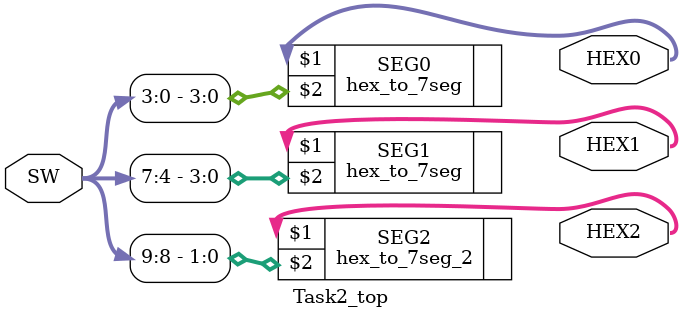
<source format=v>
module Task2_top (SW, HEX0, HEX1, HEX2);

    input  [9:0] SW;        
    output [6:0] HEX0;   
	 output [6:0] HEX1; 
	 output [6:0] HEX2; 
	 
    hex_to_7seg   SEG0 (HEX0, SW[3:0]);
	 hex_to_7seg   SEG1 (HEX1, SW[7:4]);
	 hex_to_7seg_2 SEG2 (HEX2, SW[9:8]);

endmodule

</source>
